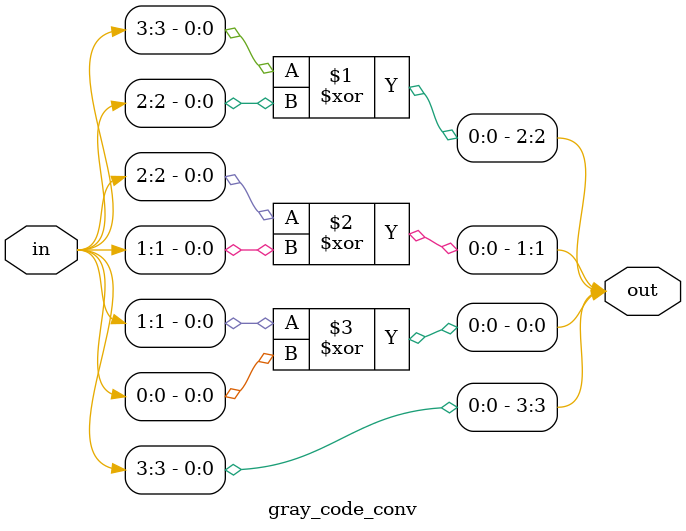
<source format=v>

module gray_code_conv (output wire [3:0] out,
                        input wire [3:0] in
    
);

initial
    $display("debugging complete!");

assign out[3]= in[3];
assign out[2]= in[3] ^ in[2];
assign out[1]= in[2] ^ in[1];
assign out[0]= in[1] ^ in[0];

endmodule //gray_code_conv
</source>
